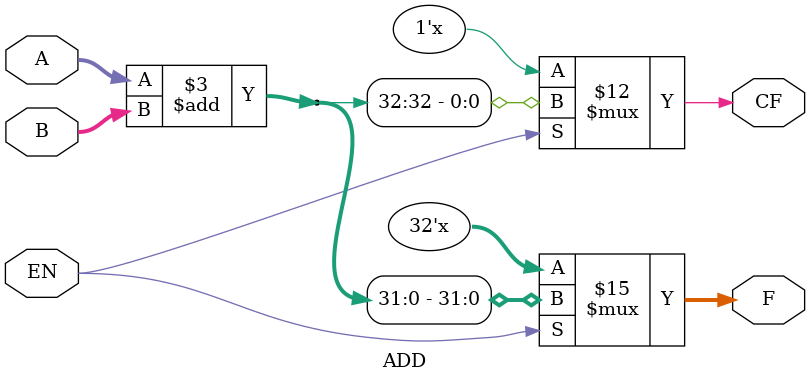
<source format=v>
`timescale 1ns/1ps

module fulladder_bit (S, Co,A,B,Ci);
    input A,B,Ci;
    output reg S,Co;
    always @(*) begin
        case ({Ci,A,B})
            'b000: {Co,S}='b00;
            'b001: {Co,S}='b01;
            'b010: {Co,S}='b01;
            'b011: {Co,S}='b10;
            'b100: {Co,S}='b01;
            'b101: {Co,S}='b10;
            'b110: {Co,S}='b10;
            'b111: {Co,S}='b11;
        endcase    
    end
    
endmodule

module ADD (F,CF,A,B,EN);
    input EN;
    parameter SIZE = 32;
    output reg [SIZE-1:0] F;
    input wire [SIZE-1:0] A,B;
    output reg CF;
    wire [SIZE-1:0] c;
    wire [SIZE-1:0] Fw;
    wire CFw;
    genvar  i;

    always @(*) begin
        if(EN==1) begin 
            {CF,F} <= A+B;
        end
        else begin F<=32'bz;
            CF <= 1'bz;
        end
    end

    generate
        for (i=0;i<=31 ;i=i+1 ) begin
            case (i)
                0: fulladder_bit fa0(Fw[0], c[0],A[0],B[0],0);
                SIZE-1 :fulladder_bit fah(Fw[SIZE-1], CFw ,A[SIZE-1],B[SIZE-1],c[SIZE-2]);
                default: fulladder_bit fa(Fw[i],c[i],A[i],B[i],c[i-1]);
            endcase
        end
    endgenerate
    
endmodule


</source>
